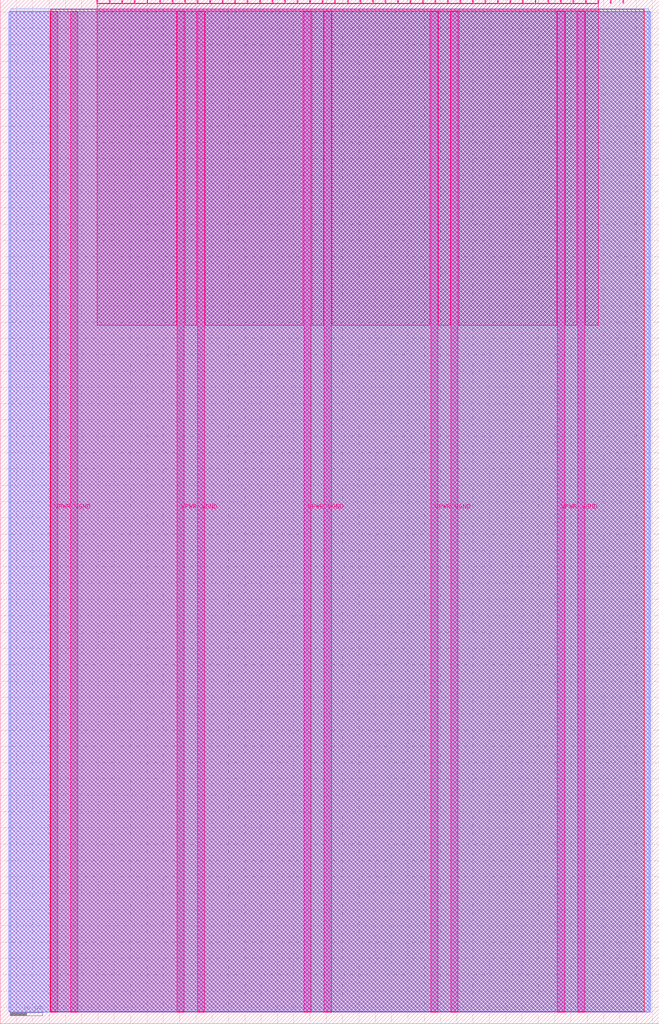
<source format=lef>
VERSION 5.7 ;
  NOWIREEXTENSIONATPIN ON ;
  DIVIDERCHAR "/" ;
  BUSBITCHARS "[]" ;
MACRO tt_um_pdm_correlator_arghunter
  CLASS BLOCK ;
  FOREIGN tt_um_pdm_correlator_arghunter ;
  ORIGIN 0.000 0.000 ;
  SIZE 202.080 BY 313.740 ;
  PIN VGND
    DIRECTION INOUT ;
    USE GROUND ;
    PORT
      LAYER Metal5 ;
        RECT 21.580 3.560 23.780 310.180 ;
    END
    PORT
      LAYER Metal5 ;
        RECT 60.450 3.560 62.650 310.180 ;
    END
    PORT
      LAYER Metal5 ;
        RECT 99.320 3.560 101.520 310.180 ;
    END
    PORT
      LAYER Metal5 ;
        RECT 138.190 3.560 140.390 310.180 ;
    END
    PORT
      LAYER Metal5 ;
        RECT 177.060 3.560 179.260 310.180 ;
    END
  END VGND
  PIN VPWR
    DIRECTION INOUT ;
    USE POWER ;
    PORT
      LAYER Metal5 ;
        RECT 15.380 3.560 17.580 310.180 ;
    END
    PORT
      LAYER Metal5 ;
        RECT 54.250 3.560 56.450 310.180 ;
    END
    PORT
      LAYER Metal5 ;
        RECT 93.120 3.560 95.320 310.180 ;
    END
    PORT
      LAYER Metal5 ;
        RECT 131.990 3.560 134.190 310.180 ;
    END
    PORT
      LAYER Metal5 ;
        RECT 170.860 3.560 173.060 310.180 ;
    END
  END VPWR
  PIN clk
    DIRECTION INPUT ;
    USE SIGNAL ;
    PORT
      LAYER Metal5 ;
        RECT 187.050 312.740 187.350 313.740 ;
    END
  END clk
  PIN ena
    DIRECTION INPUT ;
    USE SIGNAL ;
    PORT
      LAYER Metal5 ;
        RECT 190.890 312.740 191.190 313.740 ;
    END
  END ena
  PIN rst_n
    DIRECTION INPUT ;
    USE SIGNAL ;
    ANTENNAGATEAREA 0.741000 ;
    PORT
      LAYER Metal5 ;
        RECT 183.210 312.740 183.510 313.740 ;
    END
  END rst_n
  PIN ui_in[0]
    DIRECTION INPUT ;
    USE SIGNAL ;
    ANTENNAGATEAREA 0.213200 ;
    PORT
      LAYER Metal5 ;
        RECT 179.370 312.740 179.670 313.740 ;
    END
  END ui_in[0]
  PIN ui_in[1]
    DIRECTION INPUT ;
    USE SIGNAL ;
    ANTENNAGATEAREA 0.180700 ;
    PORT
      LAYER Metal5 ;
        RECT 175.530 312.740 175.830 313.740 ;
    END
  END ui_in[1]
  PIN ui_in[2]
    DIRECTION INPUT ;
    USE SIGNAL ;
    ANTENNAGATEAREA 0.180700 ;
    PORT
      LAYER Metal5 ;
        RECT 171.690 312.740 171.990 313.740 ;
    END
  END ui_in[2]
  PIN ui_in[3]
    DIRECTION INPUT ;
    USE SIGNAL ;
    ANTENNAGATEAREA 0.180700 ;
    PORT
      LAYER Metal5 ;
        RECT 167.850 312.740 168.150 313.740 ;
    END
  END ui_in[3]
  PIN ui_in[4]
    DIRECTION INPUT ;
    USE SIGNAL ;
    ANTENNAGATEAREA 0.180700 ;
    PORT
      LAYER Metal5 ;
        RECT 164.010 312.740 164.310 313.740 ;
    END
  END ui_in[4]
  PIN ui_in[5]
    DIRECTION INPUT ;
    USE SIGNAL ;
    PORT
      LAYER Metal5 ;
        RECT 160.170 312.740 160.470 313.740 ;
    END
  END ui_in[5]
  PIN ui_in[6]
    DIRECTION INPUT ;
    USE SIGNAL ;
    PORT
      LAYER Metal5 ;
        RECT 156.330 312.740 156.630 313.740 ;
    END
  END ui_in[6]
  PIN ui_in[7]
    DIRECTION INPUT ;
    USE SIGNAL ;
    PORT
      LAYER Metal5 ;
        RECT 152.490 312.740 152.790 313.740 ;
    END
  END ui_in[7]
  PIN uio_in[0]
    DIRECTION INPUT ;
    USE SIGNAL ;
    PORT
      LAYER Metal5 ;
        RECT 148.650 312.740 148.950 313.740 ;
    END
  END uio_in[0]
  PIN uio_in[1]
    DIRECTION INPUT ;
    USE SIGNAL ;
    PORT
      LAYER Metal5 ;
        RECT 144.810 312.740 145.110 313.740 ;
    END
  END uio_in[1]
  PIN uio_in[2]
    DIRECTION INPUT ;
    USE SIGNAL ;
    PORT
      LAYER Metal5 ;
        RECT 140.970 312.740 141.270 313.740 ;
    END
  END uio_in[2]
  PIN uio_in[3]
    DIRECTION INPUT ;
    USE SIGNAL ;
    PORT
      LAYER Metal5 ;
        RECT 137.130 312.740 137.430 313.740 ;
    END
  END uio_in[3]
  PIN uio_in[4]
    DIRECTION INPUT ;
    USE SIGNAL ;
    PORT
      LAYER Metal5 ;
        RECT 133.290 312.740 133.590 313.740 ;
    END
  END uio_in[4]
  PIN uio_in[5]
    DIRECTION INPUT ;
    USE SIGNAL ;
    PORT
      LAYER Metal5 ;
        RECT 129.450 312.740 129.750 313.740 ;
    END
  END uio_in[5]
  PIN uio_in[6]
    DIRECTION INPUT ;
    USE SIGNAL ;
    PORT
      LAYER Metal5 ;
        RECT 125.610 312.740 125.910 313.740 ;
    END
  END uio_in[6]
  PIN uio_in[7]
    DIRECTION INPUT ;
    USE SIGNAL ;
    PORT
      LAYER Metal5 ;
        RECT 121.770 312.740 122.070 313.740 ;
    END
  END uio_in[7]
  PIN uio_oe[0]
    DIRECTION OUTPUT ;
    USE SIGNAL ;
    ANTENNADIFFAREA 0.392700 ;
    PORT
      LAYER Metal5 ;
        RECT 56.490 312.740 56.790 313.740 ;
    END
  END uio_oe[0]
  PIN uio_oe[1]
    DIRECTION OUTPUT ;
    USE SIGNAL ;
    ANTENNADIFFAREA 0.299200 ;
    PORT
      LAYER Metal5 ;
        RECT 52.650 312.740 52.950 313.740 ;
    END
  END uio_oe[1]
  PIN uio_oe[2]
    DIRECTION OUTPUT ;
    USE SIGNAL ;
    ANTENNADIFFAREA 0.299200 ;
    PORT
      LAYER Metal5 ;
        RECT 48.810 312.740 49.110 313.740 ;
    END
  END uio_oe[2]
  PIN uio_oe[3]
    DIRECTION OUTPUT ;
    USE SIGNAL ;
    ANTENNADIFFAREA 0.299200 ;
    PORT
      LAYER Metal5 ;
        RECT 44.970 312.740 45.270 313.740 ;
    END
  END uio_oe[3]
  PIN uio_oe[4]
    DIRECTION OUTPUT ;
    USE SIGNAL ;
    ANTENNADIFFAREA 0.299200 ;
    PORT
      LAYER Metal5 ;
        RECT 41.130 312.740 41.430 313.740 ;
    END
  END uio_oe[4]
  PIN uio_oe[5]
    DIRECTION OUTPUT ;
    USE SIGNAL ;
    ANTENNADIFFAREA 0.299200 ;
    PORT
      LAYER Metal5 ;
        RECT 37.290 312.740 37.590 313.740 ;
    END
  END uio_oe[5]
  PIN uio_oe[6]
    DIRECTION OUTPUT ;
    USE SIGNAL ;
    ANTENNADIFFAREA 0.299200 ;
    PORT
      LAYER Metal5 ;
        RECT 33.450 312.740 33.750 313.740 ;
    END
  END uio_oe[6]
  PIN uio_oe[7]
    DIRECTION OUTPUT ;
    USE SIGNAL ;
    ANTENNADIFFAREA 0.299200 ;
    PORT
      LAYER Metal5 ;
        RECT 29.610 312.740 29.910 313.740 ;
    END
  END uio_oe[7]
  PIN uio_out[0]
    DIRECTION OUTPUT ;
    USE SIGNAL ;
    ANTENNADIFFAREA 0.654800 ;
    PORT
      LAYER Metal5 ;
        RECT 87.210 312.740 87.510 313.740 ;
    END
  END uio_out[0]
  PIN uio_out[1]
    DIRECTION OUTPUT ;
    USE SIGNAL ;
    ANTENNADIFFAREA 0.654800 ;
    PORT
      LAYER Metal5 ;
        RECT 83.370 312.740 83.670 313.740 ;
    END
  END uio_out[1]
  PIN uio_out[2]
    DIRECTION OUTPUT ;
    USE SIGNAL ;
    ANTENNADIFFAREA 0.654800 ;
    PORT
      LAYER Metal5 ;
        RECT 79.530 312.740 79.830 313.740 ;
    END
  END uio_out[2]
  PIN uio_out[3]
    DIRECTION OUTPUT ;
    USE SIGNAL ;
    ANTENNADIFFAREA 0.299200 ;
    PORT
      LAYER Metal5 ;
        RECT 75.690 312.740 75.990 313.740 ;
    END
  END uio_out[3]
  PIN uio_out[4]
    DIRECTION OUTPUT ;
    USE SIGNAL ;
    ANTENNADIFFAREA 0.299200 ;
    PORT
      LAYER Metal5 ;
        RECT 71.850 312.740 72.150 313.740 ;
    END
  END uio_out[4]
  PIN uio_out[5]
    DIRECTION OUTPUT ;
    USE SIGNAL ;
    ANTENNADIFFAREA 0.299200 ;
    PORT
      LAYER Metal5 ;
        RECT 68.010 312.740 68.310 313.740 ;
    END
  END uio_out[5]
  PIN uio_out[6]
    DIRECTION OUTPUT ;
    USE SIGNAL ;
    ANTENNADIFFAREA 0.299200 ;
    PORT
      LAYER Metal5 ;
        RECT 64.170 312.740 64.470 313.740 ;
    END
  END uio_out[6]
  PIN uio_out[7]
    DIRECTION OUTPUT ;
    USE SIGNAL ;
    ANTENNADIFFAREA 0.299200 ;
    PORT
      LAYER Metal5 ;
        RECT 60.330 312.740 60.630 313.740 ;
    END
  END uio_out[7]
  PIN uo_out[0]
    DIRECTION OUTPUT ;
    USE SIGNAL ;
    ANTENNADIFFAREA 0.632400 ;
    PORT
      LAYER Metal5 ;
        RECT 117.930 312.740 118.230 313.740 ;
    END
  END uo_out[0]
  PIN uo_out[1]
    DIRECTION OUTPUT ;
    USE SIGNAL ;
    ANTENNAGATEAREA 1.352000 ;
    ANTENNADIFFAREA 0.632400 ;
    PORT
      LAYER Metal5 ;
        RECT 114.090 312.740 114.390 313.740 ;
    END
  END uo_out[1]
  PIN uo_out[2]
    DIRECTION OUTPUT ;
    USE SIGNAL ;
    ANTENNAGATEAREA 1.541800 ;
    ANTENNADIFFAREA 0.632400 ;
    PORT
      LAYER Metal5 ;
        RECT 110.250 312.740 110.550 313.740 ;
    END
  END uo_out[2]
  PIN uo_out[3]
    DIRECTION OUTPUT ;
    USE SIGNAL ;
    ANTENNAGATEAREA 1.205900 ;
    ANTENNADIFFAREA 0.632400 ;
    PORT
      LAYER Metal5 ;
        RECT 106.410 312.740 106.710 313.740 ;
    END
  END uo_out[3]
  PIN uo_out[4]
    DIRECTION OUTPUT ;
    USE SIGNAL ;
    ANTENNAGATEAREA 1.144800 ;
    ANTENNADIFFAREA 0.632400 ;
    PORT
      LAYER Metal5 ;
        RECT 102.570 312.740 102.870 313.740 ;
    END
  END uo_out[4]
  PIN uo_out[5]
    DIRECTION OUTPUT ;
    USE SIGNAL ;
    ANTENNAGATEAREA 0.685100 ;
    ANTENNADIFFAREA 0.632400 ;
    PORT
      LAYER Metal5 ;
        RECT 98.730 312.740 99.030 313.740 ;
    END
  END uo_out[5]
  PIN uo_out[6]
    DIRECTION OUTPUT ;
    USE SIGNAL ;
    ANTENNAGATEAREA 0.917800 ;
    ANTENNADIFFAREA 0.632400 ;
    PORT
      LAYER Metal5 ;
        RECT 94.890 312.740 95.190 313.740 ;
    END
  END uo_out[6]
  PIN uo_out[7]
    DIRECTION OUTPUT ;
    USE SIGNAL ;
    ANTENNAGATEAREA 0.434200 ;
    ANTENNADIFFAREA 0.632400 ;
    PORT
      LAYER Metal5 ;
        RECT 91.050 312.740 91.350 313.740 ;
    END
  END uo_out[7]
  OBS
      LAYER GatPoly ;
        RECT 2.880 3.630 199.200 310.110 ;
      LAYER Metal1 ;
        RECT 2.880 3.560 199.200 310.180 ;
      LAYER Metal2 ;
        RECT 2.605 3.680 199.475 310.060 ;
      LAYER Metal3 ;
        RECT 3.260 3.635 198.820 310.945 ;
      LAYER Metal4 ;
        RECT 15.515 3.680 197.425 310.900 ;
      LAYER Metal5 ;
        RECT 30.120 312.530 33.240 312.740 ;
        RECT 33.960 312.530 37.080 312.740 ;
        RECT 37.800 312.530 40.920 312.740 ;
        RECT 41.640 312.530 44.760 312.740 ;
        RECT 45.480 312.530 48.600 312.740 ;
        RECT 49.320 312.530 52.440 312.740 ;
        RECT 53.160 312.530 56.280 312.740 ;
        RECT 57.000 312.530 60.120 312.740 ;
        RECT 60.840 312.530 63.960 312.740 ;
        RECT 64.680 312.530 67.800 312.740 ;
        RECT 68.520 312.530 71.640 312.740 ;
        RECT 72.360 312.530 75.480 312.740 ;
        RECT 76.200 312.530 79.320 312.740 ;
        RECT 80.040 312.530 83.160 312.740 ;
        RECT 83.880 312.530 87.000 312.740 ;
        RECT 87.720 312.530 90.840 312.740 ;
        RECT 91.560 312.530 94.680 312.740 ;
        RECT 95.400 312.530 98.520 312.740 ;
        RECT 99.240 312.530 102.360 312.740 ;
        RECT 103.080 312.530 106.200 312.740 ;
        RECT 106.920 312.530 110.040 312.740 ;
        RECT 110.760 312.530 113.880 312.740 ;
        RECT 114.600 312.530 117.720 312.740 ;
        RECT 118.440 312.530 121.560 312.740 ;
        RECT 122.280 312.530 125.400 312.740 ;
        RECT 126.120 312.530 129.240 312.740 ;
        RECT 129.960 312.530 133.080 312.740 ;
        RECT 133.800 312.530 136.920 312.740 ;
        RECT 137.640 312.530 140.760 312.740 ;
        RECT 141.480 312.530 144.600 312.740 ;
        RECT 145.320 312.530 148.440 312.740 ;
        RECT 149.160 312.530 152.280 312.740 ;
        RECT 153.000 312.530 156.120 312.740 ;
        RECT 156.840 312.530 159.960 312.740 ;
        RECT 160.680 312.530 163.800 312.740 ;
        RECT 164.520 312.530 167.640 312.740 ;
        RECT 168.360 312.530 171.480 312.740 ;
        RECT 172.200 312.530 175.320 312.740 ;
        RECT 176.040 312.530 179.160 312.740 ;
        RECT 179.880 312.530 183.000 312.740 ;
        RECT 29.660 310.390 183.460 312.530 ;
        RECT 29.660 214.055 54.040 310.390 ;
        RECT 56.660 214.055 60.240 310.390 ;
        RECT 62.860 214.055 92.910 310.390 ;
        RECT 95.530 214.055 99.110 310.390 ;
        RECT 101.730 214.055 131.780 310.390 ;
        RECT 134.400 214.055 137.980 310.390 ;
        RECT 140.600 214.055 170.650 310.390 ;
        RECT 173.270 214.055 176.850 310.390 ;
        RECT 179.470 214.055 183.460 310.390 ;
  END
END tt_um_pdm_correlator_arghunter
END LIBRARY


</source>
